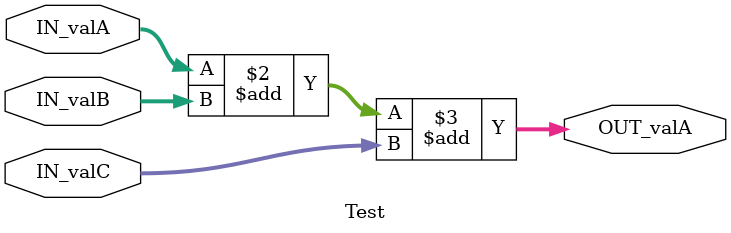
<source format=sv>
module Test#(parameter N = 16)
(
  input logic[N-1:0] IN_valA,
  input logic[N-1:0] IN_valB,
  input logic[N-1:0] IN_valC,
  output logic[N-1:0] OUT_valA
);

// this is slower...
// always_comb begin
//   logic[7:0] temp = IN_valA + IN_valB;
//   OUT_valA = temp + IN_valC;
// end

// ... than this
always_comb begin
  OUT_valA = IN_valA + IN_valB + IN_valC;
end

// Because carry chains can't be merged, consider IN_valA=128, IN_valB=128, IN_valC=0
// first is 0
// second is 256

/*
COMB_PROCESS_INSTR %6:process, %7:block {
  LOAD %8:wire(8), %2, #32'd0, #32'd8
  LOAD %9:wire(8), %3, #32'd0, #32'd8
  ADD %10:wire(8), %8, %9
  ZEXT %11:wire(16), %10
  LOAD %12:wire(16), %4
  ADD %13:wire(16), %11, %12
  STORE %13, %5
}
*/

/*
COMB_PROCESS_INSTR %6:process, %7:block {
  LOAD %8:wire(8), %2, #32'd0, #32'd8
  ZEXT %9:wire(16), %8
  LOAD %10:wire(8), %3, #32'd0, #32'd8
  ZEXT %11:wire(16), %10
  LOAD %12:wire(16), %4
  ADD_COMPRESS %13:wire(16), %14:wire(16), %12, %11, %9
  ADD %15:wire(16), %14, %13
  STORE %15, %5
}
*/

endmodule

</source>
